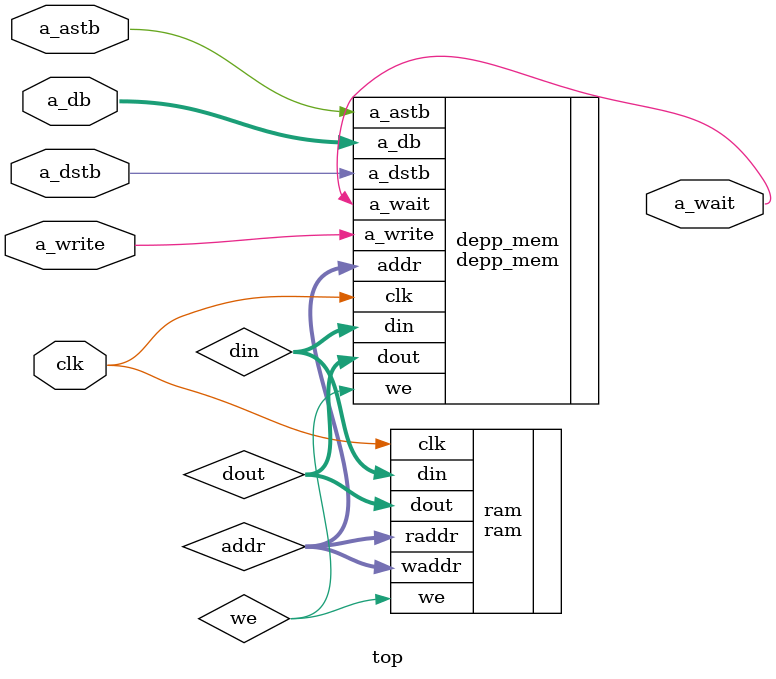
<source format=v>
`include "ram.v"
`include "depp_mem.v"

module top (clk
	, a_astb, a_dstb, a_write, a_db, a_wait
	);

parameter ADDR_WIDTH = 8;
parameter DATA_WIDTH = 8;

input		clk;

//DEPP ports (a stands for async)
input 		a_astb, a_dstb, a_write;
inout	[7:0]	a_db;
output		a_wait;

wire				we;
wire	[ADDR_WIDTH-1:0]	addr;
wire	[DATA_WIDTH-1:0]	din;
wire	[DATA_WIDTH-1:0]	dout;

depp_mem depp_mem (.clk(clk)
	, .a_astb(a_astb), .a_dstb(a_dstb), .a_write(a_write), .a_db(a_db), .a_wait(a_wait)
	, .we(we), .addr(addr), .din(din), .dout(dout)
	);

ram #(ADDR_WIDTH, DATA_WIDTH) ram (.clk(clk)
	, .we(we), .waddr(addr), .raddr(addr), .din(din), .dout(dout)
	);

endmodule


</source>
